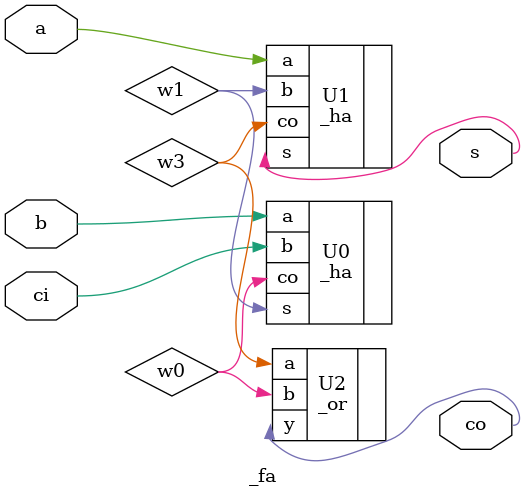
<source format=v>
module _fa(input a,b,ci, output s,co);
wire w0, w1, w3;

_ha U0(.a(b), .b(ci), .co(w0), .s(w1)); // 입력값 하나와 전열에서 올라온 올림값을 half adder에 넣어 이에 대한 올림값, 합계를 계산하고 
_ha U1(.a(a), .b(w1), .co(w3), .s(s));  // 이 합과 다른 입력값과의 합 및 올림값을 계산해서
_or U2(.a(w3), .b(w0), .y(co));			 // 최종적인 올림값 계산.

endmodule
//올림수를 받아 입력된 두 값의 계산에 적용하는 Full Adder
</source>
